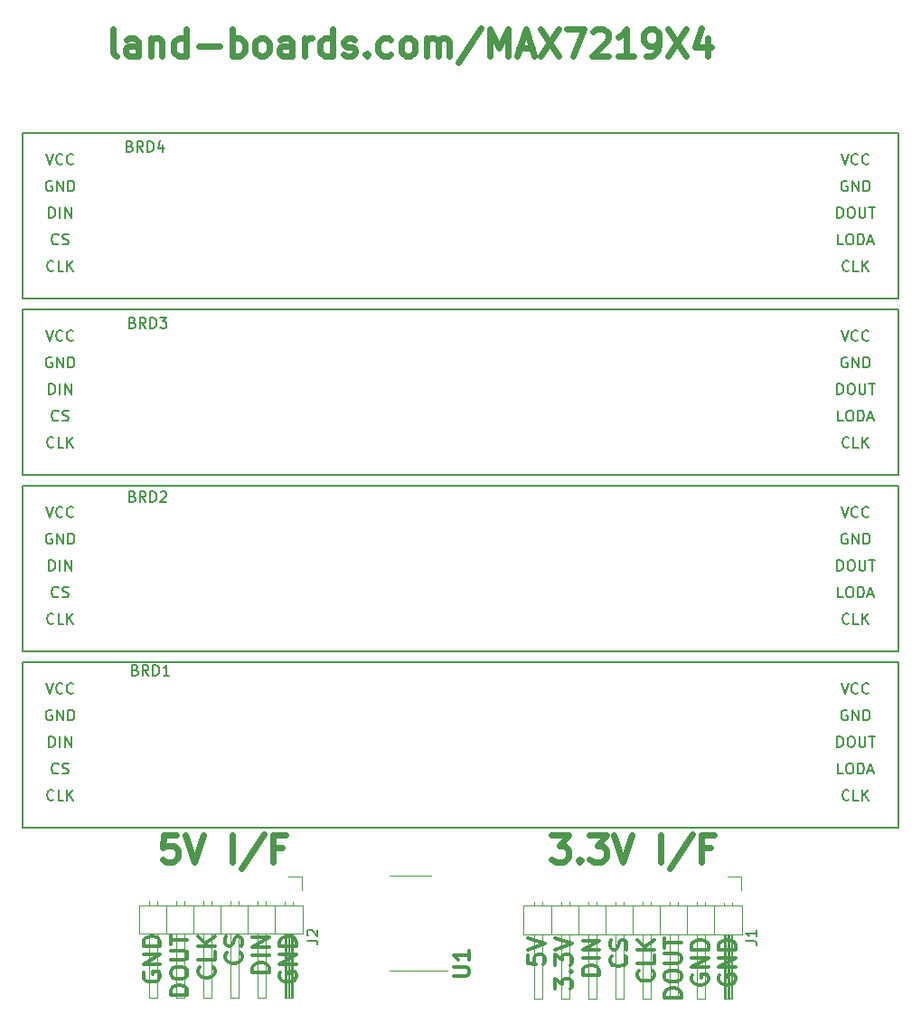
<source format=gto>
%TF.GenerationSoftware,KiCad,Pcbnew,(6.0.1)*%
%TF.CreationDate,2022-08-01T09:45:50-04:00*%
%TF.ProjectId,MAX7219X4,4d415837-3231-4395-9834-2e6b69636164,2*%
%TF.SameCoordinates,Original*%
%TF.FileFunction,Legend,Top*%
%TF.FilePolarity,Positive*%
%FSLAX46Y46*%
G04 Gerber Fmt 4.6, Leading zero omitted, Abs format (unit mm)*
G04 Created by KiCad (PCBNEW (6.0.1)) date 2022-08-01 09:45:50*
%MOMM*%
%LPD*%
G01*
G04 APERTURE LIST*
%ADD10C,0.625000*%
%ADD11C,0.317500*%
%ADD12C,0.150000*%
%ADD13C,0.300000*%
%ADD14C,0.120000*%
G04 APERTURE END LIST*
D10*
X116586952Y-106326952D02*
X118134571Y-106326952D01*
X117301238Y-107279333D01*
X117658380Y-107279333D01*
X117896476Y-107398380D01*
X118015523Y-107517428D01*
X118134571Y-107755523D01*
X118134571Y-108350761D01*
X118015523Y-108588857D01*
X117896476Y-108707904D01*
X117658380Y-108826952D01*
X116944095Y-108826952D01*
X116706000Y-108707904D01*
X116586952Y-108588857D01*
X119206000Y-108588857D02*
X119325047Y-108707904D01*
X119206000Y-108826952D01*
X119086952Y-108707904D01*
X119206000Y-108588857D01*
X119206000Y-108826952D01*
X120158380Y-106326952D02*
X121706000Y-106326952D01*
X120872666Y-107279333D01*
X121229809Y-107279333D01*
X121467904Y-107398380D01*
X121586952Y-107517428D01*
X121706000Y-107755523D01*
X121706000Y-108350761D01*
X121586952Y-108588857D01*
X121467904Y-108707904D01*
X121229809Y-108826952D01*
X120515523Y-108826952D01*
X120277428Y-108707904D01*
X120158380Y-108588857D01*
X122420285Y-106326952D02*
X123253619Y-108826952D01*
X124086952Y-106326952D01*
X126825047Y-108826952D02*
X126825047Y-106326952D01*
X129801238Y-106207904D02*
X127658380Y-109422190D01*
X131467904Y-107517428D02*
X130634571Y-107517428D01*
X130634571Y-108826952D02*
X130634571Y-106326952D01*
X131825047Y-106326952D01*
X81447238Y-106326952D02*
X80256761Y-106326952D01*
X80137714Y-107517428D01*
X80256761Y-107398380D01*
X80494857Y-107279333D01*
X81090095Y-107279333D01*
X81328190Y-107398380D01*
X81447238Y-107517428D01*
X81566285Y-107755523D01*
X81566285Y-108350761D01*
X81447238Y-108588857D01*
X81328190Y-108707904D01*
X81090095Y-108826952D01*
X80494857Y-108826952D01*
X80256761Y-108707904D01*
X80137714Y-108588857D01*
X82280571Y-106326952D02*
X83113904Y-108826952D01*
X83947238Y-106326952D01*
X86685333Y-108826952D02*
X86685333Y-106326952D01*
X89661523Y-106207904D02*
X87518666Y-109422190D01*
X91328190Y-107517428D02*
X90494857Y-107517428D01*
X90494857Y-108826952D02*
X90494857Y-106326952D01*
X91685333Y-106326952D01*
D11*
X78414563Y-119150946D02*
X78338967Y-119302136D01*
X78338967Y-119528922D01*
X78414563Y-119755708D01*
X78565753Y-119906898D01*
X78716943Y-119982494D01*
X79019324Y-120058089D01*
X79246110Y-120058089D01*
X79548491Y-119982494D01*
X79699682Y-119906898D01*
X79850872Y-119755708D01*
X79926467Y-119528922D01*
X79926467Y-119377732D01*
X79850872Y-119150946D01*
X79775277Y-119075351D01*
X79246110Y-119075351D01*
X79246110Y-119377732D01*
X79926467Y-118394994D02*
X78338967Y-118394994D01*
X79926467Y-117487851D01*
X78338967Y-117487851D01*
X79926467Y-116731898D02*
X78338967Y-116731898D01*
X78338967Y-116353922D01*
X78414563Y-116127136D01*
X78565753Y-115975946D01*
X78716943Y-115900351D01*
X79019324Y-115824755D01*
X79246110Y-115824755D01*
X79548491Y-115900351D01*
X79699682Y-115975946D01*
X79850872Y-116127136D01*
X79926467Y-116353922D01*
X79926467Y-116731898D01*
X82482342Y-121267613D02*
X80894842Y-121267613D01*
X80894842Y-120889636D01*
X80970438Y-120662851D01*
X81121628Y-120511660D01*
X81272818Y-120436065D01*
X81575199Y-120360470D01*
X81801985Y-120360470D01*
X82104366Y-120436065D01*
X82255557Y-120511660D01*
X82406747Y-120662851D01*
X82482342Y-120889636D01*
X82482342Y-121267613D01*
X80894842Y-119377732D02*
X80894842Y-119075351D01*
X80970438Y-118924160D01*
X81121628Y-118772970D01*
X81424009Y-118697375D01*
X81953176Y-118697375D01*
X82255557Y-118772970D01*
X82406747Y-118924160D01*
X82482342Y-119075351D01*
X82482342Y-119377732D01*
X82406747Y-119528922D01*
X82255557Y-119680113D01*
X81953176Y-119755708D01*
X81424009Y-119755708D01*
X81121628Y-119680113D01*
X80970438Y-119528922D01*
X80894842Y-119377732D01*
X80894842Y-118017017D02*
X82179961Y-118017017D01*
X82331152Y-117941422D01*
X82406747Y-117865827D01*
X82482342Y-117714636D01*
X82482342Y-117412255D01*
X82406747Y-117261065D01*
X82331152Y-117185470D01*
X82179961Y-117109875D01*
X80894842Y-117109875D01*
X80894842Y-116580708D02*
X80894842Y-115673565D01*
X82482342Y-116127136D02*
X80894842Y-116127136D01*
X84887027Y-118697375D02*
X84962622Y-118772970D01*
X85038217Y-118999755D01*
X85038217Y-119150946D01*
X84962622Y-119377732D01*
X84811432Y-119528922D01*
X84660241Y-119604517D01*
X84357860Y-119680113D01*
X84131074Y-119680113D01*
X83828693Y-119604517D01*
X83677503Y-119528922D01*
X83526313Y-119377732D01*
X83450717Y-119150946D01*
X83450717Y-118999755D01*
X83526313Y-118772970D01*
X83601908Y-118697375D01*
X85038217Y-117261065D02*
X85038217Y-118017017D01*
X83450717Y-118017017D01*
X85038217Y-116731898D02*
X83450717Y-116731898D01*
X85038217Y-115824755D02*
X84131074Y-116505113D01*
X83450717Y-115824755D02*
X84357860Y-116731898D01*
X87442902Y-117336660D02*
X87518497Y-117412255D01*
X87594092Y-117639041D01*
X87594092Y-117790232D01*
X87518497Y-118017017D01*
X87367307Y-118168208D01*
X87216116Y-118243803D01*
X86913735Y-118319398D01*
X86686949Y-118319398D01*
X86384568Y-118243803D01*
X86233378Y-118168208D01*
X86082188Y-118017017D01*
X86006592Y-117790232D01*
X86006592Y-117639041D01*
X86082188Y-117412255D01*
X86157783Y-117336660D01*
X87518497Y-116731898D02*
X87594092Y-116505113D01*
X87594092Y-116127136D01*
X87518497Y-115975946D01*
X87442902Y-115900351D01*
X87291711Y-115824755D01*
X87140521Y-115824755D01*
X86989330Y-115900351D01*
X86913735Y-115975946D01*
X86838140Y-116127136D01*
X86762545Y-116429517D01*
X86686949Y-116580708D01*
X86611354Y-116656303D01*
X86460164Y-116731898D01*
X86308973Y-116731898D01*
X86157783Y-116656303D01*
X86082188Y-116580708D01*
X86006592Y-116429517D01*
X86006592Y-116051541D01*
X86082188Y-115824755D01*
X90149967Y-119150946D02*
X88562467Y-119150946D01*
X88562467Y-118772970D01*
X88638063Y-118546184D01*
X88789253Y-118394994D01*
X88940443Y-118319398D01*
X89242824Y-118243803D01*
X89469610Y-118243803D01*
X89771991Y-118319398D01*
X89923182Y-118394994D01*
X90074372Y-118546184D01*
X90149967Y-118772970D01*
X90149967Y-119150946D01*
X90149967Y-117563446D02*
X88562467Y-117563446D01*
X90149967Y-116807494D02*
X88562467Y-116807494D01*
X90149967Y-115900351D01*
X88562467Y-115900351D01*
X91193938Y-119150946D02*
X91118342Y-119302136D01*
X91118342Y-119528922D01*
X91193938Y-119755708D01*
X91345128Y-119906898D01*
X91496318Y-119982494D01*
X91798699Y-120058089D01*
X92025485Y-120058089D01*
X92327866Y-119982494D01*
X92479057Y-119906898D01*
X92630247Y-119755708D01*
X92705842Y-119528922D01*
X92705842Y-119377732D01*
X92630247Y-119150946D01*
X92554652Y-119075351D01*
X92025485Y-119075351D01*
X92025485Y-119377732D01*
X92705842Y-118394994D02*
X91118342Y-118394994D01*
X92705842Y-117487851D01*
X91118342Y-117487851D01*
X92705842Y-116731898D02*
X91118342Y-116731898D01*
X91118342Y-116353922D01*
X91193938Y-116127136D01*
X91345128Y-115975946D01*
X91496318Y-115900351D01*
X91798699Y-115824755D01*
X92025485Y-115824755D01*
X92327866Y-115900351D01*
X92479057Y-115975946D01*
X92630247Y-116127136D01*
X92705842Y-116353922D01*
X92705842Y-116731898D01*
X114376092Y-117551065D02*
X114376092Y-118307017D01*
X115132045Y-118382613D01*
X115056449Y-118307017D01*
X114980854Y-118155827D01*
X114980854Y-117777851D01*
X115056449Y-117626660D01*
X115132045Y-117551065D01*
X115283235Y-117475470D01*
X115661211Y-117475470D01*
X115812402Y-117551065D01*
X115887997Y-117626660D01*
X115963592Y-117777851D01*
X115963592Y-118155827D01*
X115887997Y-118307017D01*
X115812402Y-118382613D01*
X114376092Y-117021898D02*
X115963592Y-116492732D01*
X114376092Y-115963565D01*
X116931967Y-120726065D02*
X116931967Y-119743327D01*
X117536729Y-120272494D01*
X117536729Y-120045708D01*
X117612324Y-119894517D01*
X117687920Y-119818922D01*
X117839110Y-119743327D01*
X118217086Y-119743327D01*
X118368277Y-119818922D01*
X118443872Y-119894517D01*
X118519467Y-120045708D01*
X118519467Y-120499279D01*
X118443872Y-120650470D01*
X118368277Y-120726065D01*
X118368277Y-119062970D02*
X118443872Y-118987375D01*
X118519467Y-119062970D01*
X118443872Y-119138565D01*
X118368277Y-119062970D01*
X118519467Y-119062970D01*
X116931967Y-118458208D02*
X116931967Y-117475470D01*
X117536729Y-118004636D01*
X117536729Y-117777851D01*
X117612324Y-117626660D01*
X117687920Y-117551065D01*
X117839110Y-117475470D01*
X118217086Y-117475470D01*
X118368277Y-117551065D01*
X118443872Y-117626660D01*
X118519467Y-117777851D01*
X118519467Y-118231422D01*
X118443872Y-118382613D01*
X118368277Y-118458208D01*
X116931967Y-117021898D02*
X118519467Y-116492732D01*
X116931967Y-115963565D01*
X121075342Y-119440946D02*
X119487842Y-119440946D01*
X119487842Y-119062970D01*
X119563438Y-118836184D01*
X119714628Y-118684994D01*
X119865818Y-118609398D01*
X120168199Y-118533803D01*
X120394985Y-118533803D01*
X120697366Y-118609398D01*
X120848557Y-118684994D01*
X120999747Y-118836184D01*
X121075342Y-119062970D01*
X121075342Y-119440946D01*
X121075342Y-117853446D02*
X119487842Y-117853446D01*
X121075342Y-117097494D02*
X119487842Y-117097494D01*
X121075342Y-116190351D01*
X119487842Y-116190351D01*
X123480027Y-117626660D02*
X123555622Y-117702255D01*
X123631217Y-117929041D01*
X123631217Y-118080232D01*
X123555622Y-118307017D01*
X123404432Y-118458208D01*
X123253241Y-118533803D01*
X122950860Y-118609398D01*
X122724074Y-118609398D01*
X122421693Y-118533803D01*
X122270503Y-118458208D01*
X122119313Y-118307017D01*
X122043717Y-118080232D01*
X122043717Y-117929041D01*
X122119313Y-117702255D01*
X122194908Y-117626660D01*
X123555622Y-117021898D02*
X123631217Y-116795113D01*
X123631217Y-116417136D01*
X123555622Y-116265946D01*
X123480027Y-116190351D01*
X123328836Y-116114755D01*
X123177646Y-116114755D01*
X123026455Y-116190351D01*
X122950860Y-116265946D01*
X122875265Y-116417136D01*
X122799670Y-116719517D01*
X122724074Y-116870708D01*
X122648479Y-116946303D01*
X122497289Y-117021898D01*
X122346098Y-117021898D01*
X122194908Y-116946303D01*
X122119313Y-116870708D01*
X122043717Y-116719517D01*
X122043717Y-116341541D01*
X122119313Y-116114755D01*
X126035902Y-118987375D02*
X126111497Y-119062970D01*
X126187092Y-119289755D01*
X126187092Y-119440946D01*
X126111497Y-119667732D01*
X125960307Y-119818922D01*
X125809116Y-119894517D01*
X125506735Y-119970113D01*
X125279949Y-119970113D01*
X124977568Y-119894517D01*
X124826378Y-119818922D01*
X124675188Y-119667732D01*
X124599592Y-119440946D01*
X124599592Y-119289755D01*
X124675188Y-119062970D01*
X124750783Y-118987375D01*
X126187092Y-117551065D02*
X126187092Y-118307017D01*
X124599592Y-118307017D01*
X126187092Y-117021898D02*
X124599592Y-117021898D01*
X126187092Y-116114755D02*
X125279949Y-116795113D01*
X124599592Y-116114755D02*
X125506735Y-117021898D01*
X128742967Y-121557613D02*
X127155467Y-121557613D01*
X127155467Y-121179636D01*
X127231063Y-120952851D01*
X127382253Y-120801660D01*
X127533443Y-120726065D01*
X127835824Y-120650470D01*
X128062610Y-120650470D01*
X128364991Y-120726065D01*
X128516182Y-120801660D01*
X128667372Y-120952851D01*
X128742967Y-121179636D01*
X128742967Y-121557613D01*
X127155467Y-119667732D02*
X127155467Y-119365351D01*
X127231063Y-119214160D01*
X127382253Y-119062970D01*
X127684634Y-118987375D01*
X128213801Y-118987375D01*
X128516182Y-119062970D01*
X128667372Y-119214160D01*
X128742967Y-119365351D01*
X128742967Y-119667732D01*
X128667372Y-119818922D01*
X128516182Y-119970113D01*
X128213801Y-120045708D01*
X127684634Y-120045708D01*
X127382253Y-119970113D01*
X127231063Y-119818922D01*
X127155467Y-119667732D01*
X127155467Y-118307017D02*
X128440586Y-118307017D01*
X128591777Y-118231422D01*
X128667372Y-118155827D01*
X128742967Y-118004636D01*
X128742967Y-117702255D01*
X128667372Y-117551065D01*
X128591777Y-117475470D01*
X128440586Y-117399875D01*
X127155467Y-117399875D01*
X127155467Y-116870708D02*
X127155467Y-115963565D01*
X128742967Y-116417136D02*
X127155467Y-116417136D01*
X129786938Y-119440946D02*
X129711342Y-119592136D01*
X129711342Y-119818922D01*
X129786938Y-120045708D01*
X129938128Y-120196898D01*
X130089318Y-120272494D01*
X130391699Y-120348089D01*
X130618485Y-120348089D01*
X130920866Y-120272494D01*
X131072057Y-120196898D01*
X131223247Y-120045708D01*
X131298842Y-119818922D01*
X131298842Y-119667732D01*
X131223247Y-119440946D01*
X131147652Y-119365351D01*
X130618485Y-119365351D01*
X130618485Y-119667732D01*
X131298842Y-118684994D02*
X129711342Y-118684994D01*
X131298842Y-117777851D01*
X129711342Y-117777851D01*
X131298842Y-117021898D02*
X129711342Y-117021898D01*
X129711342Y-116643922D01*
X129786938Y-116417136D01*
X129938128Y-116265946D01*
X130089318Y-116190351D01*
X130391699Y-116114755D01*
X130618485Y-116114755D01*
X130920866Y-116190351D01*
X131072057Y-116265946D01*
X131223247Y-116417136D01*
X131298842Y-116643922D01*
X131298842Y-117021898D01*
X132342813Y-119440946D02*
X132267217Y-119592136D01*
X132267217Y-119818922D01*
X132342813Y-120045708D01*
X132494003Y-120196898D01*
X132645193Y-120272494D01*
X132947574Y-120348089D01*
X133174360Y-120348089D01*
X133476741Y-120272494D01*
X133627932Y-120196898D01*
X133779122Y-120045708D01*
X133854717Y-119818922D01*
X133854717Y-119667732D01*
X133779122Y-119440946D01*
X133703527Y-119365351D01*
X133174360Y-119365351D01*
X133174360Y-119667732D01*
X133854717Y-118684994D02*
X132267217Y-118684994D01*
X133854717Y-117777851D01*
X132267217Y-117777851D01*
X133854717Y-117021898D02*
X132267217Y-117021898D01*
X132267217Y-116643922D01*
X132342813Y-116417136D01*
X132494003Y-116265946D01*
X132645193Y-116190351D01*
X132947574Y-116114755D01*
X133174360Y-116114755D01*
X133476741Y-116190351D01*
X133627932Y-116265946D01*
X133779122Y-116417136D01*
X133854717Y-116643922D01*
X133854717Y-117021898D01*
D10*
X75818476Y-33388952D02*
X75580380Y-33269904D01*
X75461333Y-33031809D01*
X75461333Y-30888952D01*
X77842285Y-33388952D02*
X77842285Y-32079428D01*
X77723238Y-31841333D01*
X77485142Y-31722285D01*
X77008952Y-31722285D01*
X76770857Y-31841333D01*
X77842285Y-33269904D02*
X77604190Y-33388952D01*
X77008952Y-33388952D01*
X76770857Y-33269904D01*
X76651809Y-33031809D01*
X76651809Y-32793714D01*
X76770857Y-32555619D01*
X77008952Y-32436571D01*
X77604190Y-32436571D01*
X77842285Y-32317523D01*
X79032761Y-31722285D02*
X79032761Y-33388952D01*
X79032761Y-31960380D02*
X79151809Y-31841333D01*
X79389904Y-31722285D01*
X79747047Y-31722285D01*
X79985142Y-31841333D01*
X80104190Y-32079428D01*
X80104190Y-33388952D01*
X82366095Y-33388952D02*
X82366095Y-30888952D01*
X82366095Y-33269904D02*
X82127999Y-33388952D01*
X81651809Y-33388952D01*
X81413714Y-33269904D01*
X81294666Y-33150857D01*
X81175619Y-32912761D01*
X81175619Y-32198476D01*
X81294666Y-31960380D01*
X81413714Y-31841333D01*
X81651809Y-31722285D01*
X82127999Y-31722285D01*
X82366095Y-31841333D01*
X83556571Y-32436571D02*
X85461333Y-32436571D01*
X86651809Y-33388952D02*
X86651809Y-30888952D01*
X86651809Y-31841333D02*
X86889904Y-31722285D01*
X87366095Y-31722285D01*
X87604190Y-31841333D01*
X87723238Y-31960380D01*
X87842285Y-32198476D01*
X87842285Y-32912761D01*
X87723238Y-33150857D01*
X87604190Y-33269904D01*
X87366095Y-33388952D01*
X86889904Y-33388952D01*
X86651809Y-33269904D01*
X89270857Y-33388952D02*
X89032761Y-33269904D01*
X88913714Y-33150857D01*
X88794666Y-32912761D01*
X88794666Y-32198476D01*
X88913714Y-31960380D01*
X89032761Y-31841333D01*
X89270857Y-31722285D01*
X89627999Y-31722285D01*
X89866095Y-31841333D01*
X89985142Y-31960380D01*
X90104190Y-32198476D01*
X90104190Y-32912761D01*
X89985142Y-33150857D01*
X89866095Y-33269904D01*
X89627999Y-33388952D01*
X89270857Y-33388952D01*
X92247047Y-33388952D02*
X92247047Y-32079428D01*
X92127999Y-31841333D01*
X91889904Y-31722285D01*
X91413714Y-31722285D01*
X91175619Y-31841333D01*
X92247047Y-33269904D02*
X92008952Y-33388952D01*
X91413714Y-33388952D01*
X91175619Y-33269904D01*
X91056571Y-33031809D01*
X91056571Y-32793714D01*
X91175619Y-32555619D01*
X91413714Y-32436571D01*
X92008952Y-32436571D01*
X92247047Y-32317523D01*
X93437523Y-33388952D02*
X93437523Y-31722285D01*
X93437523Y-32198476D02*
X93556571Y-31960380D01*
X93675619Y-31841333D01*
X93913714Y-31722285D01*
X94151809Y-31722285D01*
X96056571Y-33388952D02*
X96056571Y-30888952D01*
X96056571Y-33269904D02*
X95818476Y-33388952D01*
X95342285Y-33388952D01*
X95104190Y-33269904D01*
X94985142Y-33150857D01*
X94866095Y-32912761D01*
X94866095Y-32198476D01*
X94985142Y-31960380D01*
X95104190Y-31841333D01*
X95342285Y-31722285D01*
X95818476Y-31722285D01*
X96056571Y-31841333D01*
X97127999Y-33269904D02*
X97366095Y-33388952D01*
X97842285Y-33388952D01*
X98080380Y-33269904D01*
X98199428Y-33031809D01*
X98199428Y-32912761D01*
X98080380Y-32674666D01*
X97842285Y-32555619D01*
X97485142Y-32555619D01*
X97247047Y-32436571D01*
X97127999Y-32198476D01*
X97127999Y-32079428D01*
X97247047Y-31841333D01*
X97485142Y-31722285D01*
X97842285Y-31722285D01*
X98080380Y-31841333D01*
X99270857Y-33150857D02*
X99389904Y-33269904D01*
X99270857Y-33388952D01*
X99151809Y-33269904D01*
X99270857Y-33150857D01*
X99270857Y-33388952D01*
X101532761Y-33269904D02*
X101294666Y-33388952D01*
X100818476Y-33388952D01*
X100580380Y-33269904D01*
X100461333Y-33150857D01*
X100342285Y-32912761D01*
X100342285Y-32198476D01*
X100461333Y-31960380D01*
X100580380Y-31841333D01*
X100818476Y-31722285D01*
X101294666Y-31722285D01*
X101532761Y-31841333D01*
X102961333Y-33388952D02*
X102723238Y-33269904D01*
X102604190Y-33150857D01*
X102485142Y-32912761D01*
X102485142Y-32198476D01*
X102604190Y-31960380D01*
X102723238Y-31841333D01*
X102961333Y-31722285D01*
X103318476Y-31722285D01*
X103556571Y-31841333D01*
X103675619Y-31960380D01*
X103794666Y-32198476D01*
X103794666Y-32912761D01*
X103675619Y-33150857D01*
X103556571Y-33269904D01*
X103318476Y-33388952D01*
X102961333Y-33388952D01*
X104866095Y-33388952D02*
X104866095Y-31722285D01*
X104866095Y-31960380D02*
X104985142Y-31841333D01*
X105223238Y-31722285D01*
X105580380Y-31722285D01*
X105818476Y-31841333D01*
X105937523Y-32079428D01*
X105937523Y-33388952D01*
X105937523Y-32079428D02*
X106056571Y-31841333D01*
X106294666Y-31722285D01*
X106651809Y-31722285D01*
X106889904Y-31841333D01*
X107008952Y-32079428D01*
X107008952Y-33388952D01*
X109985142Y-30769904D02*
X107842285Y-33984190D01*
X110818476Y-33388952D02*
X110818476Y-30888952D01*
X111651809Y-32674666D01*
X112485142Y-30888952D01*
X112485142Y-33388952D01*
X113556571Y-32674666D02*
X114747047Y-32674666D01*
X113318476Y-33388952D02*
X114151809Y-30888952D01*
X114985142Y-33388952D01*
X115580380Y-30888952D02*
X117247047Y-33388952D01*
X117247047Y-30888952D02*
X115580380Y-33388952D01*
X117961333Y-30888952D02*
X119627999Y-30888952D01*
X118556571Y-33388952D01*
X120461333Y-31127047D02*
X120580380Y-31008000D01*
X120818476Y-30888952D01*
X121413714Y-30888952D01*
X121651809Y-31008000D01*
X121770857Y-31127047D01*
X121889904Y-31365142D01*
X121889904Y-31603238D01*
X121770857Y-31960380D01*
X120342285Y-33388952D01*
X121889904Y-33388952D01*
X124270857Y-33388952D02*
X122842285Y-33388952D01*
X123556571Y-33388952D02*
X123556571Y-30888952D01*
X123318476Y-31246095D01*
X123080380Y-31484190D01*
X122842285Y-31603238D01*
X125461333Y-33388952D02*
X125937523Y-33388952D01*
X126175619Y-33269904D01*
X126294666Y-33150857D01*
X126532761Y-32793714D01*
X126651809Y-32317523D01*
X126651809Y-31365142D01*
X126532761Y-31127047D01*
X126413714Y-31008000D01*
X126175619Y-30888952D01*
X125699428Y-30888952D01*
X125461333Y-31008000D01*
X125342285Y-31127047D01*
X125223238Y-31365142D01*
X125223238Y-31960380D01*
X125342285Y-32198476D01*
X125461333Y-32317523D01*
X125699428Y-32436571D01*
X126175619Y-32436571D01*
X126413714Y-32317523D01*
X126532761Y-32198476D01*
X126651809Y-31960380D01*
X127485142Y-30888952D02*
X129151809Y-33388952D01*
X129151809Y-30888952D02*
X127485142Y-33388952D01*
X131175619Y-31722285D02*
X131175619Y-33388952D01*
X130580380Y-30769904D02*
X129985142Y-32555619D01*
X131532761Y-32555619D01*
D12*
%TO.C,J1*%
X134803380Y-116224333D02*
X135517666Y-116224333D01*
X135660523Y-116271952D01*
X135755761Y-116367190D01*
X135803380Y-116510047D01*
X135803380Y-116605285D01*
X135803380Y-115224333D02*
X135803380Y-115795761D01*
X135803380Y-115510047D02*
X134803380Y-115510047D01*
X134946238Y-115605285D01*
X135041476Y-115700523D01*
X135089095Y-115795761D01*
%TO.C,J2*%
X93670380Y-116167333D02*
X94384666Y-116167333D01*
X94527523Y-116214952D01*
X94622761Y-116310190D01*
X94670380Y-116453047D01*
X94670380Y-116548285D01*
X93765619Y-115738761D02*
X93718000Y-115691142D01*
X93670380Y-115595904D01*
X93670380Y-115357809D01*
X93718000Y-115262571D01*
X93765619Y-115214952D01*
X93860857Y-115167333D01*
X93956095Y-115167333D01*
X94098952Y-115214952D01*
X94670380Y-115786380D01*
X94670380Y-115167333D01*
%TO.C,BRD4*%
X77081238Y-41838571D02*
X77224095Y-41886190D01*
X77271714Y-41933809D01*
X77319333Y-42029047D01*
X77319333Y-42171904D01*
X77271714Y-42267142D01*
X77224095Y-42314761D01*
X77128857Y-42362380D01*
X76747904Y-42362380D01*
X76747904Y-41362380D01*
X77081238Y-41362380D01*
X77176476Y-41410000D01*
X77224095Y-41457619D01*
X77271714Y-41552857D01*
X77271714Y-41648095D01*
X77224095Y-41743333D01*
X77176476Y-41790952D01*
X77081238Y-41838571D01*
X76747904Y-41838571D01*
X78319333Y-42362380D02*
X77986000Y-41886190D01*
X77747904Y-42362380D02*
X77747904Y-41362380D01*
X78128857Y-41362380D01*
X78224095Y-41410000D01*
X78271714Y-41457619D01*
X78319333Y-41552857D01*
X78319333Y-41695714D01*
X78271714Y-41790952D01*
X78224095Y-41838571D01*
X78128857Y-41886190D01*
X77747904Y-41886190D01*
X78747904Y-42362380D02*
X78747904Y-41362380D01*
X78986000Y-41362380D01*
X79128857Y-41410000D01*
X79224095Y-41505238D01*
X79271714Y-41600476D01*
X79319333Y-41790952D01*
X79319333Y-41933809D01*
X79271714Y-42124285D01*
X79224095Y-42219523D01*
X79128857Y-42314761D01*
X78986000Y-42362380D01*
X78747904Y-42362380D01*
X80176476Y-41695714D02*
X80176476Y-42362380D01*
X79938380Y-41314761D02*
X79700285Y-42029047D01*
X80319333Y-42029047D01*
X143354523Y-48557380D02*
X143354523Y-47557380D01*
X143592619Y-47557380D01*
X143735476Y-47605000D01*
X143830714Y-47700238D01*
X143878333Y-47795476D01*
X143925952Y-47985952D01*
X143925952Y-48128809D01*
X143878333Y-48319285D01*
X143830714Y-48414523D01*
X143735476Y-48509761D01*
X143592619Y-48557380D01*
X143354523Y-48557380D01*
X144545000Y-47557380D02*
X144735476Y-47557380D01*
X144830714Y-47605000D01*
X144925952Y-47700238D01*
X144973571Y-47890714D01*
X144973571Y-48224047D01*
X144925952Y-48414523D01*
X144830714Y-48509761D01*
X144735476Y-48557380D01*
X144545000Y-48557380D01*
X144449761Y-48509761D01*
X144354523Y-48414523D01*
X144306904Y-48224047D01*
X144306904Y-47890714D01*
X144354523Y-47700238D01*
X144449761Y-47605000D01*
X144545000Y-47557380D01*
X145402142Y-47557380D02*
X145402142Y-48366904D01*
X145449761Y-48462142D01*
X145497380Y-48509761D01*
X145592619Y-48557380D01*
X145783095Y-48557380D01*
X145878333Y-48509761D01*
X145925952Y-48462142D01*
X145973571Y-48366904D01*
X145973571Y-47557380D01*
X146306904Y-47557380D02*
X146878333Y-47557380D01*
X146592619Y-48557380D02*
X146592619Y-47557380D01*
X70378333Y-50962142D02*
X70330714Y-51009761D01*
X70187857Y-51057380D01*
X70092619Y-51057380D01*
X69949761Y-51009761D01*
X69854523Y-50914523D01*
X69806904Y-50819285D01*
X69759285Y-50628809D01*
X69759285Y-50485952D01*
X69806904Y-50295476D01*
X69854523Y-50200238D01*
X69949761Y-50105000D01*
X70092619Y-50057380D01*
X70187857Y-50057380D01*
X70330714Y-50105000D01*
X70378333Y-50152619D01*
X70759285Y-51009761D02*
X70902142Y-51057380D01*
X71140238Y-51057380D01*
X71235476Y-51009761D01*
X71283095Y-50962142D01*
X71330714Y-50866904D01*
X71330714Y-50771666D01*
X71283095Y-50676428D01*
X71235476Y-50628809D01*
X71140238Y-50581190D01*
X70949761Y-50533571D01*
X70854523Y-50485952D01*
X70806904Y-50438333D01*
X70759285Y-50343095D01*
X70759285Y-50247857D01*
X70806904Y-50152619D01*
X70854523Y-50105000D01*
X70949761Y-50057380D01*
X71187857Y-50057380D01*
X71330714Y-50105000D01*
X143711666Y-42557380D02*
X144045000Y-43557380D01*
X144378333Y-42557380D01*
X145283095Y-43462142D02*
X145235476Y-43509761D01*
X145092619Y-43557380D01*
X144997380Y-43557380D01*
X144854523Y-43509761D01*
X144759285Y-43414523D01*
X144711666Y-43319285D01*
X144664047Y-43128809D01*
X144664047Y-42985952D01*
X144711666Y-42795476D01*
X144759285Y-42700238D01*
X144854523Y-42605000D01*
X144997380Y-42557380D01*
X145092619Y-42557380D01*
X145235476Y-42605000D01*
X145283095Y-42652619D01*
X146283095Y-43462142D02*
X146235476Y-43509761D01*
X146092619Y-43557380D01*
X145997380Y-43557380D01*
X145854523Y-43509761D01*
X145759285Y-43414523D01*
X145711666Y-43319285D01*
X145664047Y-43128809D01*
X145664047Y-42985952D01*
X145711666Y-42795476D01*
X145759285Y-42700238D01*
X145854523Y-42605000D01*
X145997380Y-42557380D01*
X146092619Y-42557380D01*
X146235476Y-42605000D01*
X146283095Y-42652619D01*
X144449761Y-53462142D02*
X144402142Y-53509761D01*
X144259285Y-53557380D01*
X144164047Y-53557380D01*
X144021190Y-53509761D01*
X143925952Y-53414523D01*
X143878333Y-53319285D01*
X143830714Y-53128809D01*
X143830714Y-52985952D01*
X143878333Y-52795476D01*
X143925952Y-52700238D01*
X144021190Y-52605000D01*
X144164047Y-52557380D01*
X144259285Y-52557380D01*
X144402142Y-52605000D01*
X144449761Y-52652619D01*
X145354523Y-53557380D02*
X144878333Y-53557380D01*
X144878333Y-52557380D01*
X145687857Y-53557380D02*
X145687857Y-52557380D01*
X146259285Y-53557380D02*
X145830714Y-52985952D01*
X146259285Y-52557380D02*
X145687857Y-53128809D01*
X69783095Y-45105000D02*
X69687857Y-45057380D01*
X69545000Y-45057380D01*
X69402142Y-45105000D01*
X69306904Y-45200238D01*
X69259285Y-45295476D01*
X69211666Y-45485952D01*
X69211666Y-45628809D01*
X69259285Y-45819285D01*
X69306904Y-45914523D01*
X69402142Y-46009761D01*
X69545000Y-46057380D01*
X69640238Y-46057380D01*
X69783095Y-46009761D01*
X69830714Y-45962142D01*
X69830714Y-45628809D01*
X69640238Y-45628809D01*
X70259285Y-46057380D02*
X70259285Y-45057380D01*
X70830714Y-46057380D01*
X70830714Y-45057380D01*
X71306904Y-46057380D02*
X71306904Y-45057380D01*
X71545000Y-45057380D01*
X71687857Y-45105000D01*
X71783095Y-45200238D01*
X71830714Y-45295476D01*
X71878333Y-45485952D01*
X71878333Y-45628809D01*
X71830714Y-45819285D01*
X71783095Y-45914523D01*
X71687857Y-46009761D01*
X71545000Y-46057380D01*
X71306904Y-46057380D01*
X143902142Y-51057380D02*
X143425952Y-51057380D01*
X143425952Y-50057380D01*
X144425952Y-50057380D02*
X144616428Y-50057380D01*
X144711666Y-50105000D01*
X144806904Y-50200238D01*
X144854523Y-50390714D01*
X144854523Y-50724047D01*
X144806904Y-50914523D01*
X144711666Y-51009761D01*
X144616428Y-51057380D01*
X144425952Y-51057380D01*
X144330714Y-51009761D01*
X144235476Y-50914523D01*
X144187857Y-50724047D01*
X144187857Y-50390714D01*
X144235476Y-50200238D01*
X144330714Y-50105000D01*
X144425952Y-50057380D01*
X145283095Y-51057380D02*
X145283095Y-50057380D01*
X145521190Y-50057380D01*
X145664047Y-50105000D01*
X145759285Y-50200238D01*
X145806904Y-50295476D01*
X145854523Y-50485952D01*
X145854523Y-50628809D01*
X145806904Y-50819285D01*
X145759285Y-50914523D01*
X145664047Y-51009761D01*
X145521190Y-51057380D01*
X145283095Y-51057380D01*
X146235476Y-50771666D02*
X146711666Y-50771666D01*
X146140238Y-51057380D02*
X146473571Y-50057380D01*
X146806904Y-51057380D01*
X69521190Y-48557380D02*
X69521190Y-47557380D01*
X69759285Y-47557380D01*
X69902142Y-47605000D01*
X69997380Y-47700238D01*
X70045000Y-47795476D01*
X70092619Y-47985952D01*
X70092619Y-48128809D01*
X70045000Y-48319285D01*
X69997380Y-48414523D01*
X69902142Y-48509761D01*
X69759285Y-48557380D01*
X69521190Y-48557380D01*
X70521190Y-48557380D02*
X70521190Y-47557380D01*
X70997380Y-48557380D02*
X70997380Y-47557380D01*
X71568809Y-48557380D01*
X71568809Y-47557380D01*
X69949761Y-53462142D02*
X69902142Y-53509761D01*
X69759285Y-53557380D01*
X69664047Y-53557380D01*
X69521190Y-53509761D01*
X69425952Y-53414523D01*
X69378333Y-53319285D01*
X69330714Y-53128809D01*
X69330714Y-52985952D01*
X69378333Y-52795476D01*
X69425952Y-52700238D01*
X69521190Y-52605000D01*
X69664047Y-52557380D01*
X69759285Y-52557380D01*
X69902142Y-52605000D01*
X69949761Y-52652619D01*
X70854523Y-53557380D02*
X70378333Y-53557380D01*
X70378333Y-52557380D01*
X71187857Y-53557380D02*
X71187857Y-52557380D01*
X71759285Y-53557380D02*
X71330714Y-52985952D01*
X71759285Y-52557380D02*
X71187857Y-53128809D01*
X69211666Y-42557380D02*
X69545000Y-43557380D01*
X69878333Y-42557380D01*
X70783095Y-43462142D02*
X70735476Y-43509761D01*
X70592619Y-43557380D01*
X70497380Y-43557380D01*
X70354523Y-43509761D01*
X70259285Y-43414523D01*
X70211666Y-43319285D01*
X70164047Y-43128809D01*
X70164047Y-42985952D01*
X70211666Y-42795476D01*
X70259285Y-42700238D01*
X70354523Y-42605000D01*
X70497380Y-42557380D01*
X70592619Y-42557380D01*
X70735476Y-42605000D01*
X70783095Y-42652619D01*
X71783095Y-43462142D02*
X71735476Y-43509761D01*
X71592619Y-43557380D01*
X71497380Y-43557380D01*
X71354523Y-43509761D01*
X71259285Y-43414523D01*
X71211666Y-43319285D01*
X71164047Y-43128809D01*
X71164047Y-42985952D01*
X71211666Y-42795476D01*
X71259285Y-42700238D01*
X71354523Y-42605000D01*
X71497380Y-42557380D01*
X71592619Y-42557380D01*
X71735476Y-42605000D01*
X71783095Y-42652619D01*
X144283095Y-45105000D02*
X144187857Y-45057380D01*
X144045000Y-45057380D01*
X143902142Y-45105000D01*
X143806904Y-45200238D01*
X143759285Y-45295476D01*
X143711666Y-45485952D01*
X143711666Y-45628809D01*
X143759285Y-45819285D01*
X143806904Y-45914523D01*
X143902142Y-46009761D01*
X144045000Y-46057380D01*
X144140238Y-46057380D01*
X144283095Y-46009761D01*
X144330714Y-45962142D01*
X144330714Y-45628809D01*
X144140238Y-45628809D01*
X144759285Y-46057380D02*
X144759285Y-45057380D01*
X145330714Y-46057380D01*
X145330714Y-45057380D01*
X145806904Y-46057380D02*
X145806904Y-45057380D01*
X146045000Y-45057380D01*
X146187857Y-45105000D01*
X146283095Y-45200238D01*
X146330714Y-45295476D01*
X146378333Y-45485952D01*
X146378333Y-45628809D01*
X146330714Y-45819285D01*
X146283095Y-45914523D01*
X146187857Y-46009761D01*
X146045000Y-46057380D01*
X145806904Y-46057380D01*
%TO.C,BRD1*%
X77589238Y-90860571D02*
X77732095Y-90908190D01*
X77779714Y-90955809D01*
X77827333Y-91051047D01*
X77827333Y-91193904D01*
X77779714Y-91289142D01*
X77732095Y-91336761D01*
X77636857Y-91384380D01*
X77255904Y-91384380D01*
X77255904Y-90384380D01*
X77589238Y-90384380D01*
X77684476Y-90432000D01*
X77732095Y-90479619D01*
X77779714Y-90574857D01*
X77779714Y-90670095D01*
X77732095Y-90765333D01*
X77684476Y-90812952D01*
X77589238Y-90860571D01*
X77255904Y-90860571D01*
X78827333Y-91384380D02*
X78494000Y-90908190D01*
X78255904Y-91384380D02*
X78255904Y-90384380D01*
X78636857Y-90384380D01*
X78732095Y-90432000D01*
X78779714Y-90479619D01*
X78827333Y-90574857D01*
X78827333Y-90717714D01*
X78779714Y-90812952D01*
X78732095Y-90860571D01*
X78636857Y-90908190D01*
X78255904Y-90908190D01*
X79255904Y-91384380D02*
X79255904Y-90384380D01*
X79494000Y-90384380D01*
X79636857Y-90432000D01*
X79732095Y-90527238D01*
X79779714Y-90622476D01*
X79827333Y-90812952D01*
X79827333Y-90955809D01*
X79779714Y-91146285D01*
X79732095Y-91241523D01*
X79636857Y-91336761D01*
X79494000Y-91384380D01*
X79255904Y-91384380D01*
X80779714Y-91384380D02*
X80208285Y-91384380D01*
X80494000Y-91384380D02*
X80494000Y-90384380D01*
X80398761Y-90527238D01*
X80303523Y-90622476D01*
X80208285Y-90670095D01*
X69521190Y-98087380D02*
X69521190Y-97087380D01*
X69759285Y-97087380D01*
X69902142Y-97135000D01*
X69997380Y-97230238D01*
X70045000Y-97325476D01*
X70092619Y-97515952D01*
X70092619Y-97658809D01*
X70045000Y-97849285D01*
X69997380Y-97944523D01*
X69902142Y-98039761D01*
X69759285Y-98087380D01*
X69521190Y-98087380D01*
X70521190Y-98087380D02*
X70521190Y-97087380D01*
X70997380Y-98087380D02*
X70997380Y-97087380D01*
X71568809Y-98087380D01*
X71568809Y-97087380D01*
X143711666Y-92087380D02*
X144045000Y-93087380D01*
X144378333Y-92087380D01*
X145283095Y-92992142D02*
X145235476Y-93039761D01*
X145092619Y-93087380D01*
X144997380Y-93087380D01*
X144854523Y-93039761D01*
X144759285Y-92944523D01*
X144711666Y-92849285D01*
X144664047Y-92658809D01*
X144664047Y-92515952D01*
X144711666Y-92325476D01*
X144759285Y-92230238D01*
X144854523Y-92135000D01*
X144997380Y-92087380D01*
X145092619Y-92087380D01*
X145235476Y-92135000D01*
X145283095Y-92182619D01*
X146283095Y-92992142D02*
X146235476Y-93039761D01*
X146092619Y-93087380D01*
X145997380Y-93087380D01*
X145854523Y-93039761D01*
X145759285Y-92944523D01*
X145711666Y-92849285D01*
X145664047Y-92658809D01*
X145664047Y-92515952D01*
X145711666Y-92325476D01*
X145759285Y-92230238D01*
X145854523Y-92135000D01*
X145997380Y-92087380D01*
X146092619Y-92087380D01*
X146235476Y-92135000D01*
X146283095Y-92182619D01*
X144449761Y-102992142D02*
X144402142Y-103039761D01*
X144259285Y-103087380D01*
X144164047Y-103087380D01*
X144021190Y-103039761D01*
X143925952Y-102944523D01*
X143878333Y-102849285D01*
X143830714Y-102658809D01*
X143830714Y-102515952D01*
X143878333Y-102325476D01*
X143925952Y-102230238D01*
X144021190Y-102135000D01*
X144164047Y-102087380D01*
X144259285Y-102087380D01*
X144402142Y-102135000D01*
X144449761Y-102182619D01*
X145354523Y-103087380D02*
X144878333Y-103087380D01*
X144878333Y-102087380D01*
X145687857Y-103087380D02*
X145687857Y-102087380D01*
X146259285Y-103087380D02*
X145830714Y-102515952D01*
X146259285Y-102087380D02*
X145687857Y-102658809D01*
X69783095Y-94635000D02*
X69687857Y-94587380D01*
X69545000Y-94587380D01*
X69402142Y-94635000D01*
X69306904Y-94730238D01*
X69259285Y-94825476D01*
X69211666Y-95015952D01*
X69211666Y-95158809D01*
X69259285Y-95349285D01*
X69306904Y-95444523D01*
X69402142Y-95539761D01*
X69545000Y-95587380D01*
X69640238Y-95587380D01*
X69783095Y-95539761D01*
X69830714Y-95492142D01*
X69830714Y-95158809D01*
X69640238Y-95158809D01*
X70259285Y-95587380D02*
X70259285Y-94587380D01*
X70830714Y-95587380D01*
X70830714Y-94587380D01*
X71306904Y-95587380D02*
X71306904Y-94587380D01*
X71545000Y-94587380D01*
X71687857Y-94635000D01*
X71783095Y-94730238D01*
X71830714Y-94825476D01*
X71878333Y-95015952D01*
X71878333Y-95158809D01*
X71830714Y-95349285D01*
X71783095Y-95444523D01*
X71687857Y-95539761D01*
X71545000Y-95587380D01*
X71306904Y-95587380D01*
X143902142Y-100587380D02*
X143425952Y-100587380D01*
X143425952Y-99587380D01*
X144425952Y-99587380D02*
X144616428Y-99587380D01*
X144711666Y-99635000D01*
X144806904Y-99730238D01*
X144854523Y-99920714D01*
X144854523Y-100254047D01*
X144806904Y-100444523D01*
X144711666Y-100539761D01*
X144616428Y-100587380D01*
X144425952Y-100587380D01*
X144330714Y-100539761D01*
X144235476Y-100444523D01*
X144187857Y-100254047D01*
X144187857Y-99920714D01*
X144235476Y-99730238D01*
X144330714Y-99635000D01*
X144425952Y-99587380D01*
X145283095Y-100587380D02*
X145283095Y-99587380D01*
X145521190Y-99587380D01*
X145664047Y-99635000D01*
X145759285Y-99730238D01*
X145806904Y-99825476D01*
X145854523Y-100015952D01*
X145854523Y-100158809D01*
X145806904Y-100349285D01*
X145759285Y-100444523D01*
X145664047Y-100539761D01*
X145521190Y-100587380D01*
X145283095Y-100587380D01*
X146235476Y-100301666D02*
X146711666Y-100301666D01*
X146140238Y-100587380D02*
X146473571Y-99587380D01*
X146806904Y-100587380D01*
X143354523Y-98087380D02*
X143354523Y-97087380D01*
X143592619Y-97087380D01*
X143735476Y-97135000D01*
X143830714Y-97230238D01*
X143878333Y-97325476D01*
X143925952Y-97515952D01*
X143925952Y-97658809D01*
X143878333Y-97849285D01*
X143830714Y-97944523D01*
X143735476Y-98039761D01*
X143592619Y-98087380D01*
X143354523Y-98087380D01*
X144545000Y-97087380D02*
X144735476Y-97087380D01*
X144830714Y-97135000D01*
X144925952Y-97230238D01*
X144973571Y-97420714D01*
X144973571Y-97754047D01*
X144925952Y-97944523D01*
X144830714Y-98039761D01*
X144735476Y-98087380D01*
X144545000Y-98087380D01*
X144449761Y-98039761D01*
X144354523Y-97944523D01*
X144306904Y-97754047D01*
X144306904Y-97420714D01*
X144354523Y-97230238D01*
X144449761Y-97135000D01*
X144545000Y-97087380D01*
X145402142Y-97087380D02*
X145402142Y-97896904D01*
X145449761Y-97992142D01*
X145497380Y-98039761D01*
X145592619Y-98087380D01*
X145783095Y-98087380D01*
X145878333Y-98039761D01*
X145925952Y-97992142D01*
X145973571Y-97896904D01*
X145973571Y-97087380D01*
X146306904Y-97087380D02*
X146878333Y-97087380D01*
X146592619Y-98087380D02*
X146592619Y-97087380D01*
X144283095Y-94635000D02*
X144187857Y-94587380D01*
X144045000Y-94587380D01*
X143902142Y-94635000D01*
X143806904Y-94730238D01*
X143759285Y-94825476D01*
X143711666Y-95015952D01*
X143711666Y-95158809D01*
X143759285Y-95349285D01*
X143806904Y-95444523D01*
X143902142Y-95539761D01*
X144045000Y-95587380D01*
X144140238Y-95587380D01*
X144283095Y-95539761D01*
X144330714Y-95492142D01*
X144330714Y-95158809D01*
X144140238Y-95158809D01*
X144759285Y-95587380D02*
X144759285Y-94587380D01*
X145330714Y-95587380D01*
X145330714Y-94587380D01*
X145806904Y-95587380D02*
X145806904Y-94587380D01*
X146045000Y-94587380D01*
X146187857Y-94635000D01*
X146283095Y-94730238D01*
X146330714Y-94825476D01*
X146378333Y-95015952D01*
X146378333Y-95158809D01*
X146330714Y-95349285D01*
X146283095Y-95444523D01*
X146187857Y-95539761D01*
X146045000Y-95587380D01*
X145806904Y-95587380D01*
X69211666Y-92087380D02*
X69545000Y-93087380D01*
X69878333Y-92087380D01*
X70783095Y-92992142D02*
X70735476Y-93039761D01*
X70592619Y-93087380D01*
X70497380Y-93087380D01*
X70354523Y-93039761D01*
X70259285Y-92944523D01*
X70211666Y-92849285D01*
X70164047Y-92658809D01*
X70164047Y-92515952D01*
X70211666Y-92325476D01*
X70259285Y-92230238D01*
X70354523Y-92135000D01*
X70497380Y-92087380D01*
X70592619Y-92087380D01*
X70735476Y-92135000D01*
X70783095Y-92182619D01*
X71783095Y-92992142D02*
X71735476Y-93039761D01*
X71592619Y-93087380D01*
X71497380Y-93087380D01*
X71354523Y-93039761D01*
X71259285Y-92944523D01*
X71211666Y-92849285D01*
X71164047Y-92658809D01*
X71164047Y-92515952D01*
X71211666Y-92325476D01*
X71259285Y-92230238D01*
X71354523Y-92135000D01*
X71497380Y-92087380D01*
X71592619Y-92087380D01*
X71735476Y-92135000D01*
X71783095Y-92182619D01*
X69949761Y-102992142D02*
X69902142Y-103039761D01*
X69759285Y-103087380D01*
X69664047Y-103087380D01*
X69521190Y-103039761D01*
X69425952Y-102944523D01*
X69378333Y-102849285D01*
X69330714Y-102658809D01*
X69330714Y-102515952D01*
X69378333Y-102325476D01*
X69425952Y-102230238D01*
X69521190Y-102135000D01*
X69664047Y-102087380D01*
X69759285Y-102087380D01*
X69902142Y-102135000D01*
X69949761Y-102182619D01*
X70854523Y-103087380D02*
X70378333Y-103087380D01*
X70378333Y-102087380D01*
X71187857Y-103087380D02*
X71187857Y-102087380D01*
X71759285Y-103087380D02*
X71330714Y-102515952D01*
X71759285Y-102087380D02*
X71187857Y-102658809D01*
X70378333Y-100492142D02*
X70330714Y-100539761D01*
X70187857Y-100587380D01*
X70092619Y-100587380D01*
X69949761Y-100539761D01*
X69854523Y-100444523D01*
X69806904Y-100349285D01*
X69759285Y-100158809D01*
X69759285Y-100015952D01*
X69806904Y-99825476D01*
X69854523Y-99730238D01*
X69949761Y-99635000D01*
X70092619Y-99587380D01*
X70187857Y-99587380D01*
X70330714Y-99635000D01*
X70378333Y-99682619D01*
X70759285Y-100539761D02*
X70902142Y-100587380D01*
X71140238Y-100587380D01*
X71235476Y-100539761D01*
X71283095Y-100492142D01*
X71330714Y-100396904D01*
X71330714Y-100301666D01*
X71283095Y-100206428D01*
X71235476Y-100158809D01*
X71140238Y-100111190D01*
X70949761Y-100063571D01*
X70854523Y-100015952D01*
X70806904Y-99968333D01*
X70759285Y-99873095D01*
X70759285Y-99777857D01*
X70806904Y-99682619D01*
X70854523Y-99635000D01*
X70949761Y-99587380D01*
X71187857Y-99587380D01*
X71330714Y-99635000D01*
D13*
%TO.C,U1*%
X107382571Y-119506857D02*
X108596857Y-119506857D01*
X108739714Y-119435428D01*
X108811142Y-119364000D01*
X108882571Y-119221142D01*
X108882571Y-118935428D01*
X108811142Y-118792571D01*
X108739714Y-118721142D01*
X108596857Y-118649714D01*
X107382571Y-118649714D01*
X108882571Y-117149714D02*
X108882571Y-118006857D01*
X108882571Y-117578285D02*
X107382571Y-117578285D01*
X107596857Y-117721142D01*
X107739714Y-117864000D01*
X107811142Y-118006857D01*
D12*
%TO.C,BRD3*%
X77335238Y-58348571D02*
X77478095Y-58396190D01*
X77525714Y-58443809D01*
X77573333Y-58539047D01*
X77573333Y-58681904D01*
X77525714Y-58777142D01*
X77478095Y-58824761D01*
X77382857Y-58872380D01*
X77001904Y-58872380D01*
X77001904Y-57872380D01*
X77335238Y-57872380D01*
X77430476Y-57920000D01*
X77478095Y-57967619D01*
X77525714Y-58062857D01*
X77525714Y-58158095D01*
X77478095Y-58253333D01*
X77430476Y-58300952D01*
X77335238Y-58348571D01*
X77001904Y-58348571D01*
X78573333Y-58872380D02*
X78240000Y-58396190D01*
X78001904Y-58872380D02*
X78001904Y-57872380D01*
X78382857Y-57872380D01*
X78478095Y-57920000D01*
X78525714Y-57967619D01*
X78573333Y-58062857D01*
X78573333Y-58205714D01*
X78525714Y-58300952D01*
X78478095Y-58348571D01*
X78382857Y-58396190D01*
X78001904Y-58396190D01*
X79001904Y-58872380D02*
X79001904Y-57872380D01*
X79240000Y-57872380D01*
X79382857Y-57920000D01*
X79478095Y-58015238D01*
X79525714Y-58110476D01*
X79573333Y-58300952D01*
X79573333Y-58443809D01*
X79525714Y-58634285D01*
X79478095Y-58729523D01*
X79382857Y-58824761D01*
X79240000Y-58872380D01*
X79001904Y-58872380D01*
X79906666Y-57872380D02*
X80525714Y-57872380D01*
X80192380Y-58253333D01*
X80335238Y-58253333D01*
X80430476Y-58300952D01*
X80478095Y-58348571D01*
X80525714Y-58443809D01*
X80525714Y-58681904D01*
X80478095Y-58777142D01*
X80430476Y-58824761D01*
X80335238Y-58872380D01*
X80049523Y-58872380D01*
X79954285Y-58824761D01*
X79906666Y-58777142D01*
X144449761Y-69972142D02*
X144402142Y-70019761D01*
X144259285Y-70067380D01*
X144164047Y-70067380D01*
X144021190Y-70019761D01*
X143925952Y-69924523D01*
X143878333Y-69829285D01*
X143830714Y-69638809D01*
X143830714Y-69495952D01*
X143878333Y-69305476D01*
X143925952Y-69210238D01*
X144021190Y-69115000D01*
X144164047Y-69067380D01*
X144259285Y-69067380D01*
X144402142Y-69115000D01*
X144449761Y-69162619D01*
X145354523Y-70067380D02*
X144878333Y-70067380D01*
X144878333Y-69067380D01*
X145687857Y-70067380D02*
X145687857Y-69067380D01*
X146259285Y-70067380D02*
X145830714Y-69495952D01*
X146259285Y-69067380D02*
X145687857Y-69638809D01*
X69783095Y-61615000D02*
X69687857Y-61567380D01*
X69545000Y-61567380D01*
X69402142Y-61615000D01*
X69306904Y-61710238D01*
X69259285Y-61805476D01*
X69211666Y-61995952D01*
X69211666Y-62138809D01*
X69259285Y-62329285D01*
X69306904Y-62424523D01*
X69402142Y-62519761D01*
X69545000Y-62567380D01*
X69640238Y-62567380D01*
X69783095Y-62519761D01*
X69830714Y-62472142D01*
X69830714Y-62138809D01*
X69640238Y-62138809D01*
X70259285Y-62567380D02*
X70259285Y-61567380D01*
X70830714Y-62567380D01*
X70830714Y-61567380D01*
X71306904Y-62567380D02*
X71306904Y-61567380D01*
X71545000Y-61567380D01*
X71687857Y-61615000D01*
X71783095Y-61710238D01*
X71830714Y-61805476D01*
X71878333Y-61995952D01*
X71878333Y-62138809D01*
X71830714Y-62329285D01*
X71783095Y-62424523D01*
X71687857Y-62519761D01*
X71545000Y-62567380D01*
X71306904Y-62567380D01*
X144283095Y-61615000D02*
X144187857Y-61567380D01*
X144045000Y-61567380D01*
X143902142Y-61615000D01*
X143806904Y-61710238D01*
X143759285Y-61805476D01*
X143711666Y-61995952D01*
X143711666Y-62138809D01*
X143759285Y-62329285D01*
X143806904Y-62424523D01*
X143902142Y-62519761D01*
X144045000Y-62567380D01*
X144140238Y-62567380D01*
X144283095Y-62519761D01*
X144330714Y-62472142D01*
X144330714Y-62138809D01*
X144140238Y-62138809D01*
X144759285Y-62567380D02*
X144759285Y-61567380D01*
X145330714Y-62567380D01*
X145330714Y-61567380D01*
X145806904Y-62567380D02*
X145806904Y-61567380D01*
X146045000Y-61567380D01*
X146187857Y-61615000D01*
X146283095Y-61710238D01*
X146330714Y-61805476D01*
X146378333Y-61995952D01*
X146378333Y-62138809D01*
X146330714Y-62329285D01*
X146283095Y-62424523D01*
X146187857Y-62519761D01*
X146045000Y-62567380D01*
X145806904Y-62567380D01*
X143902142Y-67567380D02*
X143425952Y-67567380D01*
X143425952Y-66567380D01*
X144425952Y-66567380D02*
X144616428Y-66567380D01*
X144711666Y-66615000D01*
X144806904Y-66710238D01*
X144854523Y-66900714D01*
X144854523Y-67234047D01*
X144806904Y-67424523D01*
X144711666Y-67519761D01*
X144616428Y-67567380D01*
X144425952Y-67567380D01*
X144330714Y-67519761D01*
X144235476Y-67424523D01*
X144187857Y-67234047D01*
X144187857Y-66900714D01*
X144235476Y-66710238D01*
X144330714Y-66615000D01*
X144425952Y-66567380D01*
X145283095Y-67567380D02*
X145283095Y-66567380D01*
X145521190Y-66567380D01*
X145664047Y-66615000D01*
X145759285Y-66710238D01*
X145806904Y-66805476D01*
X145854523Y-66995952D01*
X145854523Y-67138809D01*
X145806904Y-67329285D01*
X145759285Y-67424523D01*
X145664047Y-67519761D01*
X145521190Y-67567380D01*
X145283095Y-67567380D01*
X146235476Y-67281666D02*
X146711666Y-67281666D01*
X146140238Y-67567380D02*
X146473571Y-66567380D01*
X146806904Y-67567380D01*
X143354523Y-65067380D02*
X143354523Y-64067380D01*
X143592619Y-64067380D01*
X143735476Y-64115000D01*
X143830714Y-64210238D01*
X143878333Y-64305476D01*
X143925952Y-64495952D01*
X143925952Y-64638809D01*
X143878333Y-64829285D01*
X143830714Y-64924523D01*
X143735476Y-65019761D01*
X143592619Y-65067380D01*
X143354523Y-65067380D01*
X144545000Y-64067380D02*
X144735476Y-64067380D01*
X144830714Y-64115000D01*
X144925952Y-64210238D01*
X144973571Y-64400714D01*
X144973571Y-64734047D01*
X144925952Y-64924523D01*
X144830714Y-65019761D01*
X144735476Y-65067380D01*
X144545000Y-65067380D01*
X144449761Y-65019761D01*
X144354523Y-64924523D01*
X144306904Y-64734047D01*
X144306904Y-64400714D01*
X144354523Y-64210238D01*
X144449761Y-64115000D01*
X144545000Y-64067380D01*
X145402142Y-64067380D02*
X145402142Y-64876904D01*
X145449761Y-64972142D01*
X145497380Y-65019761D01*
X145592619Y-65067380D01*
X145783095Y-65067380D01*
X145878333Y-65019761D01*
X145925952Y-64972142D01*
X145973571Y-64876904D01*
X145973571Y-64067380D01*
X146306904Y-64067380D02*
X146878333Y-64067380D01*
X146592619Y-65067380D02*
X146592619Y-64067380D01*
X69211666Y-59067380D02*
X69545000Y-60067380D01*
X69878333Y-59067380D01*
X70783095Y-59972142D02*
X70735476Y-60019761D01*
X70592619Y-60067380D01*
X70497380Y-60067380D01*
X70354523Y-60019761D01*
X70259285Y-59924523D01*
X70211666Y-59829285D01*
X70164047Y-59638809D01*
X70164047Y-59495952D01*
X70211666Y-59305476D01*
X70259285Y-59210238D01*
X70354523Y-59115000D01*
X70497380Y-59067380D01*
X70592619Y-59067380D01*
X70735476Y-59115000D01*
X70783095Y-59162619D01*
X71783095Y-59972142D02*
X71735476Y-60019761D01*
X71592619Y-60067380D01*
X71497380Y-60067380D01*
X71354523Y-60019761D01*
X71259285Y-59924523D01*
X71211666Y-59829285D01*
X71164047Y-59638809D01*
X71164047Y-59495952D01*
X71211666Y-59305476D01*
X71259285Y-59210238D01*
X71354523Y-59115000D01*
X71497380Y-59067380D01*
X71592619Y-59067380D01*
X71735476Y-59115000D01*
X71783095Y-59162619D01*
X70378333Y-67472142D02*
X70330714Y-67519761D01*
X70187857Y-67567380D01*
X70092619Y-67567380D01*
X69949761Y-67519761D01*
X69854523Y-67424523D01*
X69806904Y-67329285D01*
X69759285Y-67138809D01*
X69759285Y-66995952D01*
X69806904Y-66805476D01*
X69854523Y-66710238D01*
X69949761Y-66615000D01*
X70092619Y-66567380D01*
X70187857Y-66567380D01*
X70330714Y-66615000D01*
X70378333Y-66662619D01*
X70759285Y-67519761D02*
X70902142Y-67567380D01*
X71140238Y-67567380D01*
X71235476Y-67519761D01*
X71283095Y-67472142D01*
X71330714Y-67376904D01*
X71330714Y-67281666D01*
X71283095Y-67186428D01*
X71235476Y-67138809D01*
X71140238Y-67091190D01*
X70949761Y-67043571D01*
X70854523Y-66995952D01*
X70806904Y-66948333D01*
X70759285Y-66853095D01*
X70759285Y-66757857D01*
X70806904Y-66662619D01*
X70854523Y-66615000D01*
X70949761Y-66567380D01*
X71187857Y-66567380D01*
X71330714Y-66615000D01*
X69949761Y-69972142D02*
X69902142Y-70019761D01*
X69759285Y-70067380D01*
X69664047Y-70067380D01*
X69521190Y-70019761D01*
X69425952Y-69924523D01*
X69378333Y-69829285D01*
X69330714Y-69638809D01*
X69330714Y-69495952D01*
X69378333Y-69305476D01*
X69425952Y-69210238D01*
X69521190Y-69115000D01*
X69664047Y-69067380D01*
X69759285Y-69067380D01*
X69902142Y-69115000D01*
X69949761Y-69162619D01*
X70854523Y-70067380D02*
X70378333Y-70067380D01*
X70378333Y-69067380D01*
X71187857Y-70067380D02*
X71187857Y-69067380D01*
X71759285Y-70067380D02*
X71330714Y-69495952D01*
X71759285Y-69067380D02*
X71187857Y-69638809D01*
X69521190Y-65067380D02*
X69521190Y-64067380D01*
X69759285Y-64067380D01*
X69902142Y-64115000D01*
X69997380Y-64210238D01*
X70045000Y-64305476D01*
X70092619Y-64495952D01*
X70092619Y-64638809D01*
X70045000Y-64829285D01*
X69997380Y-64924523D01*
X69902142Y-65019761D01*
X69759285Y-65067380D01*
X69521190Y-65067380D01*
X70521190Y-65067380D02*
X70521190Y-64067380D01*
X70997380Y-65067380D02*
X70997380Y-64067380D01*
X71568809Y-65067380D01*
X71568809Y-64067380D01*
X143711666Y-59067380D02*
X144045000Y-60067380D01*
X144378333Y-59067380D01*
X145283095Y-59972142D02*
X145235476Y-60019761D01*
X145092619Y-60067380D01*
X144997380Y-60067380D01*
X144854523Y-60019761D01*
X144759285Y-59924523D01*
X144711666Y-59829285D01*
X144664047Y-59638809D01*
X144664047Y-59495952D01*
X144711666Y-59305476D01*
X144759285Y-59210238D01*
X144854523Y-59115000D01*
X144997380Y-59067380D01*
X145092619Y-59067380D01*
X145235476Y-59115000D01*
X145283095Y-59162619D01*
X146283095Y-59972142D02*
X146235476Y-60019761D01*
X146092619Y-60067380D01*
X145997380Y-60067380D01*
X145854523Y-60019761D01*
X145759285Y-59924523D01*
X145711666Y-59829285D01*
X145664047Y-59638809D01*
X145664047Y-59495952D01*
X145711666Y-59305476D01*
X145759285Y-59210238D01*
X145854523Y-59115000D01*
X145997380Y-59067380D01*
X146092619Y-59067380D01*
X146235476Y-59115000D01*
X146283095Y-59162619D01*
%TO.C,BRD2*%
X77335238Y-74604571D02*
X77478095Y-74652190D01*
X77525714Y-74699809D01*
X77573333Y-74795047D01*
X77573333Y-74937904D01*
X77525714Y-75033142D01*
X77478095Y-75080761D01*
X77382857Y-75128380D01*
X77001904Y-75128380D01*
X77001904Y-74128380D01*
X77335238Y-74128380D01*
X77430476Y-74176000D01*
X77478095Y-74223619D01*
X77525714Y-74318857D01*
X77525714Y-74414095D01*
X77478095Y-74509333D01*
X77430476Y-74556952D01*
X77335238Y-74604571D01*
X77001904Y-74604571D01*
X78573333Y-75128380D02*
X78240000Y-74652190D01*
X78001904Y-75128380D02*
X78001904Y-74128380D01*
X78382857Y-74128380D01*
X78478095Y-74176000D01*
X78525714Y-74223619D01*
X78573333Y-74318857D01*
X78573333Y-74461714D01*
X78525714Y-74556952D01*
X78478095Y-74604571D01*
X78382857Y-74652190D01*
X78001904Y-74652190D01*
X79001904Y-75128380D02*
X79001904Y-74128380D01*
X79240000Y-74128380D01*
X79382857Y-74176000D01*
X79478095Y-74271238D01*
X79525714Y-74366476D01*
X79573333Y-74556952D01*
X79573333Y-74699809D01*
X79525714Y-74890285D01*
X79478095Y-74985523D01*
X79382857Y-75080761D01*
X79240000Y-75128380D01*
X79001904Y-75128380D01*
X79954285Y-74223619D02*
X80001904Y-74176000D01*
X80097142Y-74128380D01*
X80335238Y-74128380D01*
X80430476Y-74176000D01*
X80478095Y-74223619D01*
X80525714Y-74318857D01*
X80525714Y-74414095D01*
X80478095Y-74556952D01*
X79906666Y-75128380D01*
X80525714Y-75128380D01*
X144449761Y-86482142D02*
X144402142Y-86529761D01*
X144259285Y-86577380D01*
X144164047Y-86577380D01*
X144021190Y-86529761D01*
X143925952Y-86434523D01*
X143878333Y-86339285D01*
X143830714Y-86148809D01*
X143830714Y-86005952D01*
X143878333Y-85815476D01*
X143925952Y-85720238D01*
X144021190Y-85625000D01*
X144164047Y-85577380D01*
X144259285Y-85577380D01*
X144402142Y-85625000D01*
X144449761Y-85672619D01*
X145354523Y-86577380D02*
X144878333Y-86577380D01*
X144878333Y-85577380D01*
X145687857Y-86577380D02*
X145687857Y-85577380D01*
X146259285Y-86577380D02*
X145830714Y-86005952D01*
X146259285Y-85577380D02*
X145687857Y-86148809D01*
X69783095Y-78125000D02*
X69687857Y-78077380D01*
X69545000Y-78077380D01*
X69402142Y-78125000D01*
X69306904Y-78220238D01*
X69259285Y-78315476D01*
X69211666Y-78505952D01*
X69211666Y-78648809D01*
X69259285Y-78839285D01*
X69306904Y-78934523D01*
X69402142Y-79029761D01*
X69545000Y-79077380D01*
X69640238Y-79077380D01*
X69783095Y-79029761D01*
X69830714Y-78982142D01*
X69830714Y-78648809D01*
X69640238Y-78648809D01*
X70259285Y-79077380D02*
X70259285Y-78077380D01*
X70830714Y-79077380D01*
X70830714Y-78077380D01*
X71306904Y-79077380D02*
X71306904Y-78077380D01*
X71545000Y-78077380D01*
X71687857Y-78125000D01*
X71783095Y-78220238D01*
X71830714Y-78315476D01*
X71878333Y-78505952D01*
X71878333Y-78648809D01*
X71830714Y-78839285D01*
X71783095Y-78934523D01*
X71687857Y-79029761D01*
X71545000Y-79077380D01*
X71306904Y-79077380D01*
X69521190Y-81577380D02*
X69521190Y-80577380D01*
X69759285Y-80577380D01*
X69902142Y-80625000D01*
X69997380Y-80720238D01*
X70045000Y-80815476D01*
X70092619Y-81005952D01*
X70092619Y-81148809D01*
X70045000Y-81339285D01*
X69997380Y-81434523D01*
X69902142Y-81529761D01*
X69759285Y-81577380D01*
X69521190Y-81577380D01*
X70521190Y-81577380D02*
X70521190Y-80577380D01*
X70997380Y-81577380D02*
X70997380Y-80577380D01*
X71568809Y-81577380D01*
X71568809Y-80577380D01*
X143711666Y-75577380D02*
X144045000Y-76577380D01*
X144378333Y-75577380D01*
X145283095Y-76482142D02*
X145235476Y-76529761D01*
X145092619Y-76577380D01*
X144997380Y-76577380D01*
X144854523Y-76529761D01*
X144759285Y-76434523D01*
X144711666Y-76339285D01*
X144664047Y-76148809D01*
X144664047Y-76005952D01*
X144711666Y-75815476D01*
X144759285Y-75720238D01*
X144854523Y-75625000D01*
X144997380Y-75577380D01*
X145092619Y-75577380D01*
X145235476Y-75625000D01*
X145283095Y-75672619D01*
X146283095Y-76482142D02*
X146235476Y-76529761D01*
X146092619Y-76577380D01*
X145997380Y-76577380D01*
X145854523Y-76529761D01*
X145759285Y-76434523D01*
X145711666Y-76339285D01*
X145664047Y-76148809D01*
X145664047Y-76005952D01*
X145711666Y-75815476D01*
X145759285Y-75720238D01*
X145854523Y-75625000D01*
X145997380Y-75577380D01*
X146092619Y-75577380D01*
X146235476Y-75625000D01*
X146283095Y-75672619D01*
X144283095Y-78125000D02*
X144187857Y-78077380D01*
X144045000Y-78077380D01*
X143902142Y-78125000D01*
X143806904Y-78220238D01*
X143759285Y-78315476D01*
X143711666Y-78505952D01*
X143711666Y-78648809D01*
X143759285Y-78839285D01*
X143806904Y-78934523D01*
X143902142Y-79029761D01*
X144045000Y-79077380D01*
X144140238Y-79077380D01*
X144283095Y-79029761D01*
X144330714Y-78982142D01*
X144330714Y-78648809D01*
X144140238Y-78648809D01*
X144759285Y-79077380D02*
X144759285Y-78077380D01*
X145330714Y-79077380D01*
X145330714Y-78077380D01*
X145806904Y-79077380D02*
X145806904Y-78077380D01*
X146045000Y-78077380D01*
X146187857Y-78125000D01*
X146283095Y-78220238D01*
X146330714Y-78315476D01*
X146378333Y-78505952D01*
X146378333Y-78648809D01*
X146330714Y-78839285D01*
X146283095Y-78934523D01*
X146187857Y-79029761D01*
X146045000Y-79077380D01*
X145806904Y-79077380D01*
X69949761Y-86482142D02*
X69902142Y-86529761D01*
X69759285Y-86577380D01*
X69664047Y-86577380D01*
X69521190Y-86529761D01*
X69425952Y-86434523D01*
X69378333Y-86339285D01*
X69330714Y-86148809D01*
X69330714Y-86005952D01*
X69378333Y-85815476D01*
X69425952Y-85720238D01*
X69521190Y-85625000D01*
X69664047Y-85577380D01*
X69759285Y-85577380D01*
X69902142Y-85625000D01*
X69949761Y-85672619D01*
X70854523Y-86577380D02*
X70378333Y-86577380D01*
X70378333Y-85577380D01*
X71187857Y-86577380D02*
X71187857Y-85577380D01*
X71759285Y-86577380D02*
X71330714Y-86005952D01*
X71759285Y-85577380D02*
X71187857Y-86148809D01*
X143902142Y-84077380D02*
X143425952Y-84077380D01*
X143425952Y-83077380D01*
X144425952Y-83077380D02*
X144616428Y-83077380D01*
X144711666Y-83125000D01*
X144806904Y-83220238D01*
X144854523Y-83410714D01*
X144854523Y-83744047D01*
X144806904Y-83934523D01*
X144711666Y-84029761D01*
X144616428Y-84077380D01*
X144425952Y-84077380D01*
X144330714Y-84029761D01*
X144235476Y-83934523D01*
X144187857Y-83744047D01*
X144187857Y-83410714D01*
X144235476Y-83220238D01*
X144330714Y-83125000D01*
X144425952Y-83077380D01*
X145283095Y-84077380D02*
X145283095Y-83077380D01*
X145521190Y-83077380D01*
X145664047Y-83125000D01*
X145759285Y-83220238D01*
X145806904Y-83315476D01*
X145854523Y-83505952D01*
X145854523Y-83648809D01*
X145806904Y-83839285D01*
X145759285Y-83934523D01*
X145664047Y-84029761D01*
X145521190Y-84077380D01*
X145283095Y-84077380D01*
X146235476Y-83791666D02*
X146711666Y-83791666D01*
X146140238Y-84077380D02*
X146473571Y-83077380D01*
X146806904Y-84077380D01*
X69211666Y-75577380D02*
X69545000Y-76577380D01*
X69878333Y-75577380D01*
X70783095Y-76482142D02*
X70735476Y-76529761D01*
X70592619Y-76577380D01*
X70497380Y-76577380D01*
X70354523Y-76529761D01*
X70259285Y-76434523D01*
X70211666Y-76339285D01*
X70164047Y-76148809D01*
X70164047Y-76005952D01*
X70211666Y-75815476D01*
X70259285Y-75720238D01*
X70354523Y-75625000D01*
X70497380Y-75577380D01*
X70592619Y-75577380D01*
X70735476Y-75625000D01*
X70783095Y-75672619D01*
X71783095Y-76482142D02*
X71735476Y-76529761D01*
X71592619Y-76577380D01*
X71497380Y-76577380D01*
X71354523Y-76529761D01*
X71259285Y-76434523D01*
X71211666Y-76339285D01*
X71164047Y-76148809D01*
X71164047Y-76005952D01*
X71211666Y-75815476D01*
X71259285Y-75720238D01*
X71354523Y-75625000D01*
X71497380Y-75577380D01*
X71592619Y-75577380D01*
X71735476Y-75625000D01*
X71783095Y-75672619D01*
X70378333Y-83982142D02*
X70330714Y-84029761D01*
X70187857Y-84077380D01*
X70092619Y-84077380D01*
X69949761Y-84029761D01*
X69854523Y-83934523D01*
X69806904Y-83839285D01*
X69759285Y-83648809D01*
X69759285Y-83505952D01*
X69806904Y-83315476D01*
X69854523Y-83220238D01*
X69949761Y-83125000D01*
X70092619Y-83077380D01*
X70187857Y-83077380D01*
X70330714Y-83125000D01*
X70378333Y-83172619D01*
X70759285Y-84029761D02*
X70902142Y-84077380D01*
X71140238Y-84077380D01*
X71235476Y-84029761D01*
X71283095Y-83982142D01*
X71330714Y-83886904D01*
X71330714Y-83791666D01*
X71283095Y-83696428D01*
X71235476Y-83648809D01*
X71140238Y-83601190D01*
X70949761Y-83553571D01*
X70854523Y-83505952D01*
X70806904Y-83458333D01*
X70759285Y-83363095D01*
X70759285Y-83267857D01*
X70806904Y-83172619D01*
X70854523Y-83125000D01*
X70949761Y-83077380D01*
X71187857Y-83077380D01*
X71330714Y-83125000D01*
X143354523Y-81577380D02*
X143354523Y-80577380D01*
X143592619Y-80577380D01*
X143735476Y-80625000D01*
X143830714Y-80720238D01*
X143878333Y-80815476D01*
X143925952Y-81005952D01*
X143925952Y-81148809D01*
X143878333Y-81339285D01*
X143830714Y-81434523D01*
X143735476Y-81529761D01*
X143592619Y-81577380D01*
X143354523Y-81577380D01*
X144545000Y-80577380D02*
X144735476Y-80577380D01*
X144830714Y-80625000D01*
X144925952Y-80720238D01*
X144973571Y-80910714D01*
X144973571Y-81244047D01*
X144925952Y-81434523D01*
X144830714Y-81529761D01*
X144735476Y-81577380D01*
X144545000Y-81577380D01*
X144449761Y-81529761D01*
X144354523Y-81434523D01*
X144306904Y-81244047D01*
X144306904Y-80910714D01*
X144354523Y-80720238D01*
X144449761Y-80625000D01*
X144545000Y-80577380D01*
X145402142Y-80577380D02*
X145402142Y-81386904D01*
X145449761Y-81482142D01*
X145497380Y-81529761D01*
X145592619Y-81577380D01*
X145783095Y-81577380D01*
X145878333Y-81529761D01*
X145925952Y-81482142D01*
X145973571Y-81386904D01*
X145973571Y-80577380D01*
X146306904Y-80577380D02*
X146878333Y-80577380D01*
X146592619Y-81577380D02*
X146592619Y-80577380D01*
D14*
%TO.C,J1*%
X123301000Y-121606000D02*
X122541000Y-121606000D01*
X122541000Y-121606000D02*
X122541000Y-115606000D01*
X125081000Y-112548929D02*
X125081000Y-112946000D01*
X119111000Y-112946000D02*
X119111000Y-115606000D01*
X118221000Y-121606000D02*
X117461000Y-121606000D01*
X134411000Y-112946000D02*
X113971000Y-112946000D01*
X130921000Y-115606000D02*
X130921000Y-121606000D01*
X133461000Y-112616000D02*
X133461000Y-112946000D01*
X120761000Y-112548929D02*
X120761000Y-112946000D01*
X125841000Y-115606000D02*
X125841000Y-121606000D01*
X131811000Y-112946000D02*
X131811000Y-115606000D01*
X115681000Y-112548929D02*
X115681000Y-112946000D01*
X125841000Y-121606000D02*
X125081000Y-121606000D01*
X133461000Y-115606000D02*
X133461000Y-121606000D01*
X125081000Y-121606000D02*
X125081000Y-115606000D01*
X116571000Y-112946000D02*
X116571000Y-115606000D01*
X120001000Y-112548929D02*
X120001000Y-112946000D01*
X127621000Y-112548929D02*
X127621000Y-112946000D01*
X113971000Y-115606000D02*
X134411000Y-115606000D01*
X123301000Y-115606000D02*
X123301000Y-121606000D01*
X124191000Y-112946000D02*
X124191000Y-115606000D01*
X114921000Y-121606000D02*
X114921000Y-115606000D01*
X134351000Y-110236000D02*
X134351000Y-111506000D01*
X117461000Y-121606000D02*
X117461000Y-115606000D01*
X120761000Y-115606000D02*
X120761000Y-121606000D01*
X133081000Y-110236000D02*
X134351000Y-110236000D01*
X128381000Y-121606000D02*
X127621000Y-121606000D01*
X130921000Y-112548929D02*
X130921000Y-112946000D01*
X133281000Y-115606000D02*
X133281000Y-121606000D01*
X114921000Y-112548929D02*
X114921000Y-112946000D01*
X130161000Y-112548929D02*
X130161000Y-112946000D01*
X133041000Y-115606000D02*
X133041000Y-121606000D01*
X125841000Y-112548929D02*
X125841000Y-112946000D01*
X120761000Y-121606000D02*
X120001000Y-121606000D01*
X133461000Y-121606000D02*
X132701000Y-121606000D01*
X132701000Y-121606000D02*
X132701000Y-115606000D01*
X129271000Y-112946000D02*
X129271000Y-115606000D01*
X128381000Y-115606000D02*
X128381000Y-121606000D01*
X118221000Y-115606000D02*
X118221000Y-121606000D01*
X128381000Y-112548929D02*
X128381000Y-112946000D01*
X115681000Y-121606000D02*
X114921000Y-121606000D01*
X113971000Y-112946000D02*
X113971000Y-115606000D01*
X134411000Y-115606000D02*
X134411000Y-112946000D01*
X130921000Y-121606000D02*
X130161000Y-121606000D01*
X121651000Y-112946000D02*
X121651000Y-115606000D01*
X118221000Y-112548929D02*
X118221000Y-112946000D01*
X132921000Y-115606000D02*
X132921000Y-121606000D01*
X130161000Y-121606000D02*
X130161000Y-115606000D01*
X132701000Y-112616000D02*
X132701000Y-112946000D01*
X133401000Y-115606000D02*
X133401000Y-121606000D01*
X117461000Y-112548929D02*
X117461000Y-112946000D01*
X127621000Y-121606000D02*
X127621000Y-115606000D01*
X123301000Y-112548929D02*
X123301000Y-112946000D01*
X133161000Y-115606000D02*
X133161000Y-121606000D01*
X122541000Y-112548929D02*
X122541000Y-112946000D01*
X120001000Y-121606000D02*
X120001000Y-115606000D01*
X126731000Y-112946000D02*
X126731000Y-115606000D01*
X115681000Y-115606000D02*
X115681000Y-121606000D01*
X132801000Y-115606000D02*
X132801000Y-121606000D01*
%TO.C,J2*%
X89028000Y-112491929D02*
X89028000Y-112889000D01*
X84708000Y-115549000D02*
X84708000Y-121549000D01*
X86488000Y-121549000D02*
X86488000Y-115549000D01*
X93278000Y-112889000D02*
X77918000Y-112889000D01*
X92328000Y-112559000D02*
X92328000Y-112889000D01*
X92328000Y-121549000D02*
X91568000Y-121549000D01*
X86488000Y-112491929D02*
X86488000Y-112889000D01*
X91908000Y-115549000D02*
X91908000Y-121549000D01*
X91568000Y-112559000D02*
X91568000Y-112889000D01*
X84708000Y-121549000D02*
X83948000Y-121549000D01*
X79628000Y-112491929D02*
X79628000Y-112889000D01*
X83948000Y-112491929D02*
X83948000Y-112889000D01*
X82168000Y-112491929D02*
X82168000Y-112889000D01*
X92148000Y-115549000D02*
X92148000Y-121549000D01*
X91568000Y-121549000D02*
X91568000Y-115549000D01*
X89028000Y-121549000D02*
X89028000Y-115549000D01*
X89788000Y-121549000D02*
X89028000Y-121549000D01*
X93218000Y-110179000D02*
X93218000Y-111449000D01*
X83948000Y-121549000D02*
X83948000Y-115549000D01*
X90678000Y-112889000D02*
X90678000Y-115549000D01*
X77918000Y-112889000D02*
X77918000Y-115549000D01*
X92028000Y-115549000D02*
X92028000Y-121549000D01*
X87248000Y-115549000D02*
X87248000Y-121549000D01*
X80518000Y-112889000D02*
X80518000Y-115549000D01*
X88138000Y-112889000D02*
X88138000Y-115549000D01*
X92268000Y-115549000D02*
X92268000Y-121549000D01*
X87248000Y-112491929D02*
X87248000Y-112889000D01*
X79628000Y-121549000D02*
X78868000Y-121549000D01*
X93278000Y-115549000D02*
X93278000Y-112889000D01*
X85598000Y-112889000D02*
X85598000Y-115549000D01*
X81408000Y-121549000D02*
X81408000Y-115549000D01*
X92328000Y-115549000D02*
X92328000Y-121549000D01*
X91948000Y-110179000D02*
X93218000Y-110179000D01*
X91788000Y-115549000D02*
X91788000Y-121549000D01*
X82168000Y-121549000D02*
X81408000Y-121549000D01*
X83058000Y-112889000D02*
X83058000Y-115549000D01*
X84708000Y-112491929D02*
X84708000Y-112889000D01*
X77918000Y-115549000D02*
X93278000Y-115549000D01*
X91668000Y-115549000D02*
X91668000Y-121549000D01*
X79628000Y-115549000D02*
X79628000Y-121549000D01*
X89788000Y-115549000D02*
X89788000Y-121549000D01*
X78868000Y-121549000D02*
X78868000Y-115549000D01*
X78868000Y-112491929D02*
X78868000Y-112889000D01*
X89788000Y-112491929D02*
X89788000Y-112889000D01*
X82168000Y-115549000D02*
X82168000Y-121549000D01*
X81408000Y-112491929D02*
X81408000Y-112889000D01*
X87248000Y-121549000D02*
X86488000Y-121549000D01*
D12*
%TO.C,BRD4*%
X67045000Y-40605000D02*
X149045000Y-40605000D01*
X149045000Y-40605000D02*
X149045000Y-56105000D01*
X149045000Y-56105000D02*
X67045000Y-56105000D01*
X67045000Y-56105000D02*
X67045000Y-40605000D01*
%TO.C,BRD1*%
X67045000Y-90135000D02*
X149045000Y-90135000D01*
X149045000Y-90135000D02*
X149045000Y-105635000D01*
X149045000Y-105635000D02*
X67045000Y-105635000D01*
X67045000Y-105635000D02*
X67045000Y-90135000D01*
D14*
%TO.C,U1*%
X103378000Y-110119000D02*
X101428000Y-110119000D01*
X103378000Y-118989000D02*
X101428000Y-118989000D01*
X103378000Y-110119000D02*
X105328000Y-110119000D01*
X103378000Y-118989000D02*
X106828000Y-118989000D01*
D12*
%TO.C,BRD3*%
X67045000Y-57115000D02*
X149045000Y-57115000D01*
X149045000Y-57115000D02*
X149045000Y-72615000D01*
X149045000Y-72615000D02*
X67045000Y-72615000D01*
X67045000Y-72615000D02*
X67045000Y-57115000D01*
%TO.C,BRD2*%
X67045000Y-73625000D02*
X149045000Y-73625000D01*
X149045000Y-73625000D02*
X149045000Y-89125000D01*
X149045000Y-89125000D02*
X67045000Y-89125000D01*
X67045000Y-89125000D02*
X67045000Y-73625000D01*
%TD*%
M02*

</source>
